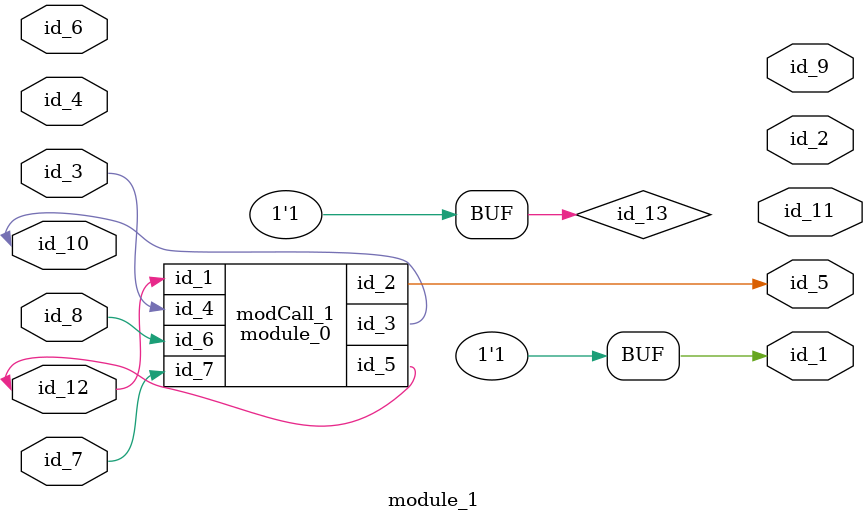
<source format=v>
module module_0 (
    id_1,
    id_2,
    id_3,
    id_4,
    id_5,
    id_6,
    id_7
);
  input wire id_7;
  input wire id_6;
  output wire id_5;
  input wire id_4;
  output wire id_3;
  output wire id_2;
  input wire id_1;
  assign id_3 = id_7;
  wire id_8;
endmodule
module module_1 (
    id_1,
    id_2,
    id_3,
    id_4,
    id_5,
    id_6,
    id_7,
    id_8,
    id_9,
    id_10,
    id_11,
    id_12
);
  inout wire id_12;
  output wire id_11;
  inout wire id_10;
  output wire id_9;
  input wire id_8;
  input wire id_7;
  inout wire id_6;
  output wire id_5;
  input wire id_4;
  input wire id_3;
  output wire id_2;
  output wire id_1;
  reg id_13;
  module_0 modCall_1 (
      id_12,
      id_5,
      id_10,
      id_3,
      id_12,
      id_8,
      id_7
  );
  initial begin : LABEL_0
    id_13 <= 1;
    id_1 = 1;
  end
endmodule

</source>
